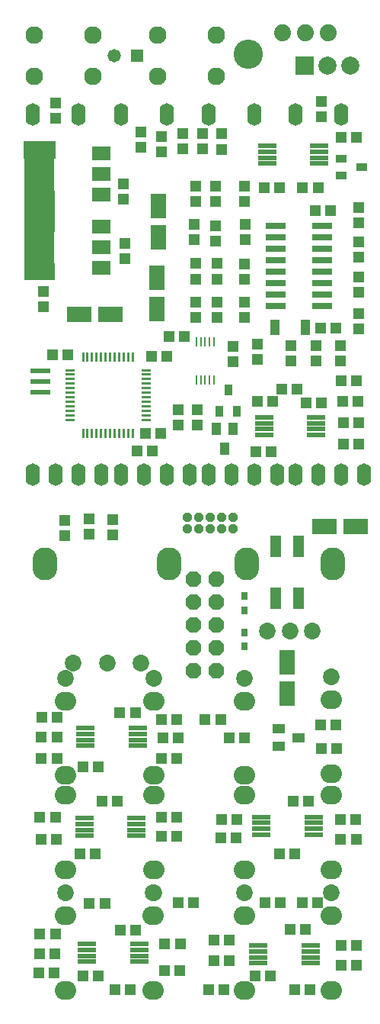
<source format=gts>
G04 DipTrace 3.2.0.1*
G04 PlancksII_rohm.GTS*
%MOIN*%
G04 #@! TF.FileFunction,Soldermask,Top*
G04 #@! TF.Part,Single*
%AMOUTLINE0*
4,1,4,
-0.019685,-0.027559,
0.019685,-0.027559,
0.019685,0.027559,
-0.019685,0.027559,
-0.019685,-0.027559,
0*%
%AMOUTLINE1*
4,1,4,
-0.0395,0.0295,
-0.0395,-0.0295,
0.0395,-0.0295,
0.0395,0.0295,
-0.0395,0.0295,
0*%
%AMOUTLINE2*
4,1,4,
-0.0395,0.075,
-0.0395,-0.075,
0.0395,-0.075,
0.0395,0.075,
-0.0395,0.075,
0*%
%AMOUTLINE3*
4,1,4,
-0.004921,-0.019685,
0.004921,-0.019685,
0.004921,0.019685,
-0.004921,0.019685,
-0.004921,-0.019685,
0*%
%AMOUTLINE4*
4,1,4,
0.004921,0.019685,
-0.004921,0.019685,
-0.004921,-0.019685,
0.004921,-0.019685,
0.004921,0.019685,
0*%
%AMOUTLINE5*
4,1,4,
0.043307,-0.011811,
0.043307,0.011811,
-0.043307,0.011811,
-0.043307,-0.011811,
0.043307,-0.011811,
0*%
%AMOUTLINE6*
4,1,8,
0.014159,0.034184,
0.034184,0.014159,
0.034184,-0.014159,
0.014159,-0.034184,
-0.014159,-0.034184,
-0.034184,-0.014159,
-0.034184,0.014159,
-0.014159,0.034184,
0.014159,0.034184,
0*%
%AMOUTLINE7*
4,1,8,
-0.020325,0.008419,
-0.008419,0.020325,
0.008419,0.020325,
0.020325,0.008419,
0.020325,-0.008419,
0.008419,-0.020325,
-0.008419,-0.020325,
-0.020325,-0.008419,
-0.020325,0.008419,
0*%
%AMOUTLINE8*
4,1,4,
-0.01378,0.016732,
-0.01378,-0.016732,
0.01378,-0.016732,
0.01378,0.016732,
-0.01378,0.016732,
0*%
%AMOUTLINE9*
4,1,4,
0.01378,-0.016732,
0.01378,0.016732,
-0.01378,0.016732,
-0.01378,-0.016732,
0.01378,-0.016732,
0*%
%AMOUTLINE10*
4,1,4,
0.027559,-0.019685,
0.027559,0.019685,
-0.027559,0.019685,
-0.027559,-0.019685,
0.027559,-0.019685,
0*%
%AMOUTLINE11*
4,1,4,
0.019685,-0.005,
0.019685,0.005,
-0.019685,0.005,
-0.019685,-0.005,
0.019685,-0.005,
0*%
%AMOUTLINE12*
4,1,4,
0.005,-0.019685,
0.005,0.019685,
-0.005,0.019685,
-0.005,-0.019685,
0.005,-0.019685,
0*%
%ADD40C,0.074*%
%ADD58C,0.128*%
%ADD69R,0.039496X0.070992*%
%ADD71O,0.063X0.098*%
%ADD73R,0.08674X0.023748*%
%ADD75R,0.078866X0.078866*%
%ADD77C,0.078866*%
%ADD79R,0.058X0.058*%
%ADD81C,0.058*%
%ADD89O,0.093X0.083*%
%ADD91R,0.078866X0.023748*%
%ADD93R,0.049339X0.033591*%
%ADD95R,0.033591X0.049339*%
%ADD97O,0.108X0.143*%
%ADD99C,0.073*%
%ADD101R,0.04737X0.094614*%
%ADD103R,0.108394X0.070992*%
%ADD105R,0.070992X0.108394*%
%ADD107R,0.04737X0.051307*%
%ADD109R,0.051307X0.04737*%
%ADD111C,0.077*%
%ADD117OUTLINE0*%
%ADD118OUTLINE1*%
%ADD119OUTLINE2*%
%ADD120OUTLINE3*%
%ADD121OUTLINE4*%
%ADD122OUTLINE5*%
%ADD123OUTLINE6*%
%ADD124OUTLINE7*%
%ADD125OUTLINE8*%
%ADD126OUTLINE9*%
%ADD127OUTLINE10*%
%ADD128OUTLINE11*%
%ADD129OUTLINE12*%
%FSLAX26Y26*%
G04*
G70*
G90*
G75*
G01*
G04 TopMask*
%LPD*%
D111*
X1247025Y4626583D3*
Y4449417D3*
X991120D3*
X991073Y4627000D3*
X706527Y4626332D3*
Y4449167D3*
X450621D3*
X450574Y4626749D3*
D109*
X938025Y2887000D3*
X1004955D3*
D107*
X848025Y3718000D3*
Y3651071D3*
D105*
X987776Y3569000D3*
Y3431205D3*
D103*
X646025Y3408500D3*
X783821D3*
D109*
X962776Y3225249D3*
X1029705D3*
D107*
X544025Y4331500D3*
Y4264571D3*
X1706525Y4337749D3*
Y4270820D3*
D109*
X598455Y3231500D3*
X531525D3*
D103*
X1719025Y2481500D3*
X1856821D3*
D107*
X1164990Y2989965D3*
Y2923035D3*
X1322025Y3268000D3*
Y3201071D3*
D109*
X1040025Y3310000D3*
X1106955D3*
D105*
X994025Y3881000D3*
Y3743205D3*
D107*
X842025Y3979000D3*
Y3912071D3*
X1244025Y3794000D3*
Y3727071D3*
X1150276Y3800249D3*
Y3733320D3*
X1250276Y3562751D3*
Y3629680D3*
X1156525Y3562751D3*
Y3629680D3*
D105*
X1556525Y1750249D3*
Y1888045D3*
D107*
X1869025Y3806500D3*
Y3873429D3*
D109*
X1006527Y1637749D3*
X1073456D3*
X1637025Y721000D3*
X1570096D3*
X1652025Y1282000D3*
X1585096D3*
X1679025Y3862000D3*
X1745955D3*
D107*
X1869025Y3412749D3*
Y3345820D3*
D109*
X1484025Y517000D3*
X1417096D3*
X815025Y1282000D3*
X748096D3*
X1706525Y3021500D3*
X1639596D3*
X1800276Y3029000D3*
X1867205D3*
X892205Y1669000D3*
X825276D3*
X893025Y718000D3*
X826096D3*
X1769025Y3349000D3*
X1702096D3*
X1592025Y1051000D3*
X1525096D3*
X548955Y1561000D3*
X482025D3*
X1269025Y1200249D3*
X1335955D3*
X1304705Y675249D3*
X1237776D3*
X717205Y1050249D3*
X650276D3*
D107*
X1369025Y3900251D3*
Y3967180D3*
Y3460930D3*
Y3394001D3*
D109*
X475276Y1212749D3*
X542205D3*
X729705Y519000D3*
X662776D3*
X542205Y700249D3*
X475276D3*
X729705Y1431500D3*
X662776D3*
X1487025Y2809000D3*
X1420096D3*
D117*
X1322025Y2908000D3*
X1247222D3*
X1284624Y2821386D3*
D101*
X1606525Y2393803D3*
X1506525D3*
Y2169000D3*
X1606525D3*
D99*
X916663Y1885929D3*
X769025D3*
X621388D3*
D97*
X498553Y2319000D3*
X1039498D3*
D118*
X744025Y3612749D3*
Y3702749D3*
Y3792749D3*
D119*
X496025Y3701749D3*
D95*
X1262025Y2986000D3*
X1336829D3*
X1299427Y3076551D3*
D120*
X1237776Y3287249D3*
X1218091D3*
X1198406D3*
X1178721D3*
X1159036D3*
D121*
Y3120864D3*
X1178721D3*
X1198406D3*
X1218091D3*
X1237776D3*
D118*
X744025Y3931500D3*
Y4021500D3*
Y4111500D3*
D119*
X496025Y4020500D3*
D93*
X1794025Y4087749D3*
Y4012946D3*
X1884577Y4050348D3*
D91*
X1469025Y4144000D3*
Y4118409D3*
Y4092819D3*
Y4067228D3*
X1697372D3*
Y4092819D3*
Y4118409D3*
Y4144000D3*
X675276Y1600249D3*
Y1574659D3*
Y1549068D3*
Y1523478D3*
X903623D3*
Y1549068D3*
Y1574659D3*
Y1600249D3*
X1444025Y1212749D3*
Y1187159D3*
Y1161568D3*
Y1135978D3*
X1672372D3*
Y1161568D3*
Y1187159D3*
Y1212749D3*
X1431525Y650249D3*
Y624659D3*
Y599068D3*
Y573478D3*
X1659872D3*
Y599068D3*
Y624659D3*
Y650249D3*
D122*
X1506525Y3794000D3*
Y3744000D3*
Y3694000D3*
Y3644000D3*
Y3594000D3*
Y3544000D3*
Y3494000D3*
Y3444000D3*
X1711250D3*
Y3494000D3*
Y3544000D3*
Y3594000D3*
Y3644000D3*
Y3694000D3*
Y3744000D3*
Y3794000D3*
D91*
X669025Y1206500D3*
Y1180909D3*
Y1155319D3*
Y1129728D3*
X897372D3*
Y1155319D3*
Y1180909D3*
Y1206500D3*
X681525Y656500D3*
Y630909D3*
Y605319D3*
Y579728D3*
X909872D3*
Y605319D3*
Y630909D3*
Y656500D3*
X1456525Y2958500D3*
Y2932909D3*
Y2907319D3*
Y2881728D3*
X1684872D3*
Y2907319D3*
Y2932909D3*
Y2958500D3*
D89*
X975276Y1719000D3*
Y1394000D3*
D99*
Y1819000D3*
D89*
X1750276Y982000D3*
Y1307000D3*
D99*
Y882000D3*
D89*
X1369025Y982000D3*
Y1307000D3*
D99*
Y882000D3*
D89*
X975275Y982000D3*
Y1307000D3*
D99*
Y882000D3*
D89*
X587776Y982000D3*
Y1307000D3*
D99*
Y882000D3*
D89*
X1369025Y1719000D3*
Y1394000D3*
D99*
Y1819000D3*
D89*
X587776Y1719000D3*
Y1394000D3*
D99*
Y1819000D3*
D89*
X1750275Y781000D3*
Y456000D3*
D99*
Y881000D3*
D89*
X1369025Y781000D3*
Y456000D3*
D99*
Y881000D3*
D89*
X972025Y781000D3*
Y456000D3*
D99*
Y881000D3*
D89*
X587776Y781000D3*
Y456000D3*
D99*
Y881000D3*
D89*
X1750276Y1725249D3*
Y1400249D3*
D99*
Y1825249D3*
D40*
X1538025Y4639000D3*
X1638025D3*
X1738025D3*
D123*
X1247776Y1850251D3*
X1147776D3*
X1247776Y1950251D3*
X1147776D3*
X1247776Y2050251D3*
X1147776D3*
X1247776Y2150251D3*
X1147776D3*
X1247776Y2250251D3*
X1147776D3*
D124*
X1319025Y2519750D3*
Y2469750D3*
X1269025Y2519750D3*
Y2469750D3*
X1219025Y2519750D3*
Y2469750D3*
X1169025Y2519750D3*
Y2469750D3*
X1119025Y2519750D3*
Y2469750D3*
D125*
X1369025Y1956500D3*
Y2019492D3*
D126*
Y2177366D3*
Y2114374D3*
D81*
X799025Y4537500D3*
D79*
X899025D3*
D127*
X1520025Y1597000D3*
X1606640Y1559598D3*
X1520025Y1522197D3*
D107*
X489990Y3508714D3*
Y3441785D3*
X1271241Y4129535D3*
Y4196465D3*
X1187776Y4131751D3*
Y4198680D3*
X1006525Y4116751D3*
Y4183680D3*
X917025Y4138000D3*
Y4204929D3*
D109*
X899025Y2812000D3*
X965955D3*
D107*
X582200Y2507440D3*
Y2440510D3*
X689025Y2514181D3*
Y2447252D3*
X793885Y2511945D3*
Y2445016D3*
D99*
X1667025Y2024000D3*
X1569025Y2023724D3*
X1471025Y2024000D3*
D97*
X1382025Y2319000D3*
X1756025D3*
D107*
X1100276Y4131751D3*
Y4198680D3*
X1081525Y2925251D3*
Y2992180D3*
D109*
X1304025Y1558000D3*
X1370955D3*
D107*
X1244025Y3968999D3*
Y3902070D3*
X1156525Y3968999D3*
Y3902070D3*
X1250276Y3394001D3*
Y3460930D3*
X1156525Y3394001D3*
Y3460930D3*
D109*
X1198561Y1639465D3*
X1265490D3*
X1703025Y1615000D3*
X1769955D3*
X1772955Y1510000D3*
X1706025D3*
X1794025Y4181500D3*
X1860955D3*
X1625276Y3962749D3*
X1692205D3*
X1075275Y1468999D3*
X1008346D3*
X1012775Y1556499D3*
X1079704D3*
X484096Y1648000D3*
X551025D3*
X1856525Y1200249D3*
X1789596D3*
X1859955Y652000D3*
X1793025D3*
D107*
X1791811Y3204285D3*
Y3271214D3*
X1869025Y3723429D3*
Y3656500D3*
X1871241Y3504285D3*
Y3571214D3*
X1683741Y3204285D3*
Y3271214D3*
D109*
X1073025Y1210000D3*
X1006096D3*
X1088955Y658000D3*
X1022025D3*
X1794025Y3119000D3*
X1860955D3*
X1869025Y2935249D3*
X1802096D3*
X1600276Y3081500D3*
X1533347D3*
X1869025Y2841500D3*
X1802096D3*
X548955Y1468000D3*
X482025D3*
X1691025Y838000D3*
X1624096D3*
X692025Y835000D3*
X758955D3*
X1079025Y838000D3*
X1145955D3*
X1459096D3*
X1526025D3*
X1589025Y457000D3*
X1655955D3*
X1266811Y1121215D3*
X1333741D3*
X1791811Y1114965D3*
X1858741D3*
X1212776Y456500D3*
X1279705D3*
X1302490Y583715D3*
X1235561D3*
X1862025Y565000D3*
X1795096D3*
D107*
X1575276Y3203500D3*
Y3270429D3*
X1375276Y3800249D3*
Y3733320D3*
X1371241Y3560535D3*
Y3627465D3*
X1427025Y3211000D3*
Y3277929D3*
D109*
X804311Y458715D3*
X871241D3*
X479311Y1114965D3*
X546241D3*
X1073025Y1129000D3*
X1006096D3*
X470847Y531500D3*
X537776D3*
X539990Y614965D3*
X473061D3*
X1088025Y541000D3*
X1021096D3*
X1492712Y3026890D3*
X1425783D3*
X1456525Y3962749D3*
X1523455D3*
D77*
X1833775Y4493749D3*
X1733775D3*
D75*
X1633775D3*
D73*
X476025Y3067000D3*
Y3114507D3*
Y3162013D3*
D128*
X606525Y3162749D3*
Y3143064D3*
Y3123379D3*
Y3103694D3*
Y3084009D3*
Y3064324D3*
Y3044639D3*
Y3024954D3*
Y3005269D3*
Y2985584D3*
Y2965899D3*
Y2946214D3*
D129*
X665581Y2887159D3*
X685266D3*
X704951D3*
X724636D3*
X744321D3*
X764006D3*
X783691D3*
X803376D3*
X823061D3*
X842746D3*
X862431D3*
X882116D3*
D128*
X941171Y2946214D3*
Y2965899D3*
Y2985584D3*
Y3005269D3*
Y3024954D3*
Y3044639D3*
Y3064324D3*
Y3084009D3*
Y3103694D3*
Y3123379D3*
Y3143064D3*
Y3162749D3*
D129*
X882116Y3221804D3*
X862431D3*
X842746D3*
X823061D3*
X803376D3*
X783691D3*
X764006D3*
X744321D3*
X724636D3*
X704951D3*
X685266D3*
X665581D3*
D71*
X1793970Y2706598D3*
X1893970D3*
X1793970Y4281402D3*
X1693970Y2706598D3*
X1593970Y4281402D3*
Y2706598D3*
X1412759D3*
X1512759D3*
X1412759Y4281402D3*
X1312759Y2706598D3*
X1212759Y4281402D3*
Y2706598D3*
X1031550D3*
X1131550D3*
X1031550Y4281402D3*
X931550Y2706598D3*
X831550Y4281402D3*
Y2706598D3*
X644090D3*
X744090D3*
X644090Y4281402D3*
X544090Y2706598D3*
X444090Y4281402D3*
Y2706598D3*
D69*
X1504096Y3352929D3*
X1637955D3*
D58*
X1387525Y4544000D3*
G36*
X407025Y4165000D2*
X482025D1*
Y3565000D1*
X407025D1*
Y4165000D1*
G37*
G36*
Y3949000D2*
X542025D1*
Y3769000D1*
X407025D1*
Y3949000D1*
G37*
G36*
X404025Y4165000D2*
X545025D1*
Y4087000D1*
X404025D1*
Y4165000D1*
G37*
G36*
X407025Y3631000D2*
X542025D1*
Y3559000D1*
X407025D1*
Y3631000D1*
G37*
M02*

</source>
